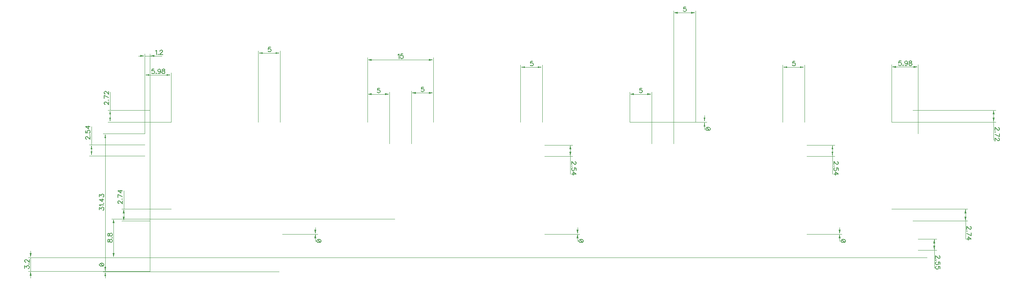
<source format=gbr>
G04 DipTrace 3.1.0.1*
G04 Top-Clock-IN12c.TopDimension.gbr*
%MOIN*%
G04 #@! TF.FileFunction,Drawing,Top*
G04 #@! TF.Part,Single*
%ADD13C,0.001378*%
%ADD63C,0.006176*%
%FSLAX26Y26*%
G04*
G70*
G90*
G75*
G01*
G04 TopDimension*
%LPD*%
X4056220Y1529843D2*
D13*
X4305433D1*
X4056220Y1429843D2*
X4305433D1*
X4285748Y1479843D2*
Y1490472D1*
G36*
Y1529843D2*
X4293622Y1490472D1*
X4277874D1*
X4285748Y1529843D1*
G37*
Y1479843D2*
D13*
Y1469213D1*
G36*
Y1429843D2*
X4277874Y1469213D1*
X4293622D1*
X4285748Y1429843D1*
G37*
Y1267286D2*
D13*
Y1529843D1*
X4056220Y729843D2*
X4370000D1*
X4056220D2*
X4370000D1*
X4350315D2*
D3*
Y788898D2*
Y769213D1*
G36*
Y729843D2*
X4342441Y769213D1*
X4358189D1*
X4350315Y729843D1*
G37*
Y670787D2*
D13*
Y690472D1*
G36*
Y729843D2*
X4358189Y690472D1*
X4342441D1*
X4350315Y729843D1*
G37*
Y663678D2*
D13*
Y729843D1*
X492441Y392441D2*
X98740D1*
X1673543D2*
X98740D1*
X118425D2*
D3*
Y451496D2*
Y431811D1*
G36*
Y392441D2*
X110551Y431811D1*
X126299D1*
X118425Y392441D1*
G37*
Y333386D2*
D13*
Y353071D1*
G36*
Y392441D2*
X126299Y353071D1*
X110551D1*
X118425Y392441D1*
G37*
Y458606D2*
D13*
Y392441D1*
X5013701Y1542047D2*
Y2005827D1*
X4816924Y1735831D2*
Y2005827D1*
X4915312Y1986142D2*
X4974331D1*
G36*
X5013701D2*
X4974331Y1978268D1*
Y1994016D1*
X5013701Y1986142D1*
G37*
X4915312D2*
D13*
X4856294D1*
G36*
X4816924D2*
X4856294Y1994016D1*
Y1978268D1*
X4816924Y1986142D1*
G37*
X3838971Y1735831D2*
D13*
Y2248346D1*
X4035675Y1735831D2*
Y2248346D1*
X3937323Y2228661D2*
X3878341D1*
G36*
X3838971D2*
X3878341Y2236535D1*
Y2220787D1*
X3838971Y2228661D1*
G37*
X3937323D2*
D13*
X3996304D1*
G36*
X4035675D2*
X3996304Y2220787D1*
Y2236535D1*
X4035675Y2228661D1*
G37*
X520000Y394016D2*
D13*
X-570551D1*
X7480630Y520000D2*
X-570551D1*
X-550866D2*
Y394016D1*
Y579055D2*
Y559370D1*
G36*
Y520000D2*
X-558740Y559370D1*
X-542992D1*
X-550866Y520000D1*
G37*
Y334961D2*
D13*
Y354646D1*
G36*
Y394016D2*
X-542992Y354646D1*
X-558740D1*
X-550866Y394016D1*
G37*
X472756Y1431417D2*
D13*
X-24882D1*
X472756Y1531417D2*
X-24882D1*
X-5197Y1481417D2*
Y1470787D1*
G36*
Y1431417D2*
X-13071Y1470787D1*
X2677D1*
X-5197Y1431417D1*
G37*
Y1481417D2*
D13*
Y1492047D1*
G36*
Y1531417D2*
X2677Y1492047D1*
X-13071D1*
X-5197Y1531417D1*
G37*
Y1693974D2*
D13*
Y1531417D1*
X1706614Y729843D2*
X2020394D1*
X1706614D2*
X2020394D1*
X2000709D2*
D3*
Y788898D2*
Y769213D1*
G36*
Y729843D2*
X1992835Y769213D1*
X2008583D1*
X2000709Y729843D1*
G37*
Y670787D2*
D13*
Y690472D1*
G36*
Y729843D2*
X2008583Y690472D1*
X1992835D1*
X2000709Y729843D1*
G37*
Y663678D2*
D13*
Y729843D1*
X1489365Y1735831D2*
Y2374331D1*
X1686068Y1735831D2*
Y2374331D1*
X1587717Y2354646D2*
X1528735D1*
G36*
X1489365D2*
X1528735Y2362520D1*
Y2346772D1*
X1489365Y2354646D1*
G37*
X1587717D2*
D13*
X1646698D1*
G36*
X1686068D2*
X1646698Y2346772D1*
Y2362520D1*
X1686068Y2354646D1*
G37*
X2664094Y1542047D2*
D13*
Y2005827D1*
X2467318Y1735831D2*
Y2005827D1*
X2565706Y1986142D2*
X2624724D1*
G36*
X2664094D2*
X2624724Y1978268D1*
Y1994016D1*
X2664094Y1986142D1*
G37*
X2565706D2*
D13*
X2506688D1*
G36*
X2467318D2*
X2506688Y1994016D1*
Y1978268D1*
X2467318Y1986142D1*
G37*
Y1735831D2*
D13*
Y2314094D1*
X3057722Y1735831D2*
Y2314094D1*
X2762520Y2294409D2*
X2506688D1*
G36*
X2467318D2*
X2506688Y2302283D1*
Y2286535D1*
X2467318Y2294409D1*
G37*
X2762520D2*
D13*
X3018352D1*
G36*
X3057722D2*
X3018352Y2286535D1*
Y2302283D1*
X3057722Y2294409D1*
G37*
X2860945Y1542047D2*
D13*
Y2016457D1*
X3057722Y1735831D2*
Y2016457D1*
X2959333Y1996772D2*
X2900315D1*
G36*
X2860945D2*
X2900315Y2004646D1*
Y1988898D1*
X2860945Y1996772D1*
G37*
X2959333D2*
D13*
X3018352D1*
G36*
X3057722D2*
X3018352Y1988898D1*
Y2004646D1*
X3057722Y1996772D1*
G37*
X6405827Y1529843D2*
D13*
X6655039D1*
X6405827Y1429843D2*
X6655039D1*
X6635354Y1479843D2*
Y1490472D1*
G36*
Y1529843D2*
X6643228Y1490472D1*
X6627480D1*
X6635354Y1529843D1*
G37*
Y1479843D2*
D13*
Y1469213D1*
G36*
Y1429843D2*
X6627480Y1469213D1*
X6643228D1*
X6635354Y1429843D1*
G37*
Y1267286D2*
D13*
Y1529843D1*
X6405827Y729843D2*
X6719606D1*
X6405827D2*
X6719606D1*
X6699921D2*
D3*
Y788898D2*
Y769213D1*
G36*
Y729843D2*
X6692047Y769213D1*
X6707795D1*
X6699921Y729843D1*
G37*
Y670787D2*
D13*
Y690472D1*
G36*
Y729843D2*
X6707795Y690472D1*
X6692047D1*
X6699921Y729843D1*
G37*
Y663678D2*
D13*
Y729843D1*
X520000Y394016D2*
X98740D1*
X472756Y1631417D2*
X98740D1*
X118425Y1012717D2*
Y433386D1*
G36*
Y394016D2*
X110551Y433386D1*
X126299D1*
X118425Y394016D1*
G37*
Y1012717D2*
D13*
Y1592047D1*
G36*
Y1631417D2*
X126299Y1592047D1*
X110551D1*
X118425Y1631417D1*
G37*
X6188577Y1735831D2*
D13*
Y2248346D1*
X6385281Y1735831D2*
Y2248346D1*
X6286929Y2228661D2*
X6227948D1*
G36*
X6188577D2*
X6227948Y2236535D1*
Y2220787D1*
X6188577Y2228661D1*
G37*
X6286929D2*
D13*
X6345911D1*
G36*
X6385281D2*
X6345911Y2220787D1*
Y2236535D1*
X6385281Y2228661D1*
G37*
X5407328Y1735831D2*
D13*
Y2736535D1*
X5210551Y1542047D2*
Y2736535D1*
X5308940Y2716850D2*
X5367958D1*
G36*
X5407328D2*
X5367958Y2708976D1*
Y2724724D1*
X5407328Y2716850D1*
G37*
X5308940D2*
D13*
X5249921D1*
G36*
X5210551D2*
X5249921Y2724724D1*
Y2708976D1*
X5210551Y2716850D1*
G37*
X4816924Y1735831D2*
D13*
X5508189D1*
X5407328D2*
X5508189D1*
X5488504D2*
D3*
Y1794886D2*
Y1775201D1*
G36*
Y1735831D2*
X5480630Y1775201D1*
X5496378D1*
X5488504Y1735831D1*
G37*
Y1676776D2*
D13*
Y1696461D1*
G36*
Y1735831D2*
X5496378Y1696461D1*
X5480630D1*
X5488504Y1735831D1*
G37*
Y1669666D2*
D13*
Y1735831D1*
X7166530D2*
Y2250709D1*
X7401890Y1631417D2*
Y2250709D1*
X7284210Y2231024D2*
X7205900D1*
G36*
X7166530D2*
X7205900Y2238898D1*
Y2223150D1*
X7166530Y2231024D1*
G37*
X7284210D2*
D13*
X7362520D1*
G36*
X7401890D2*
X7362520Y2223150D1*
Y2238898D1*
X7401890Y2231024D1*
G37*
X708115Y1735831D2*
D13*
Y2178268D1*
X472756Y1631417D2*
Y2178268D1*
X590436Y2158583D2*
X668745D1*
G36*
X708115D2*
X668745Y2150709D1*
Y2166457D1*
X708115Y2158583D1*
G37*
X590436D2*
D13*
X512126D1*
G36*
X472756D2*
X512126Y2166457D1*
Y2150709D1*
X472756Y2158583D1*
G37*
Y1631417D2*
D13*
Y2348740D1*
X520000Y394016D2*
Y2348740D1*
X472756Y2329055D2*
X520000D1*
X413701D2*
X433386D1*
G36*
X472756D2*
X433386Y2321181D1*
Y2336929D1*
X472756Y2329055D1*
G37*
X579055D2*
D13*
X559370D1*
G36*
X520000D2*
X559370Y2336929D1*
Y2321181D1*
X520000Y2329055D1*
G37*
X624309D2*
D13*
X520000D1*
X2712520Y866457D2*
X173543D1*
X7480630Y520000D2*
X173543D1*
X193228Y693228D2*
Y827087D1*
G36*
Y866457D2*
X201102Y827087D1*
X185354D1*
X193228Y866457D1*
G37*
Y693228D2*
D13*
Y559370D1*
G36*
Y520000D2*
X185354Y559370D1*
X201102D1*
X193228Y520000D1*
G37*
X520000Y1842835D2*
D13*
X142047D1*
X708115Y1735831D2*
X142047D1*
X161732Y1789333D2*
Y1803465D1*
G36*
Y1842835D2*
X169606Y1803465D1*
X153858D1*
X161732Y1842835D1*
G37*
Y1789333D2*
D13*
Y1775201D1*
G36*
Y1735831D2*
X153858Y1775201D1*
X169606D1*
X161732Y1735831D1*
G37*
Y2003490D2*
D13*
Y1842835D1*
X520000Y846772D2*
X264094D1*
X708115Y954563D2*
X264094D1*
X283780Y900667D2*
Y886142D1*
G36*
Y846772D2*
X275906Y886142D1*
X291654D1*
X283780Y846772D1*
G37*
Y900667D2*
D13*
Y915193D1*
G36*
Y954563D2*
X291654Y915193D1*
X275906D1*
X283780Y954563D1*
G37*
Y1117119D2*
D13*
Y954563D1*
X7166530D2*
X7846772D1*
X7354646Y846772D2*
X7846772D1*
X7827087Y900667D2*
Y915193D1*
G36*
Y954563D2*
X7834961Y915193D1*
X7819213D1*
X7827087Y954563D1*
G37*
Y900667D2*
D13*
Y886142D1*
G36*
Y846772D2*
X7819213Y886142D1*
X7834961D1*
X7827087Y846772D1*
G37*
Y684215D2*
D13*
Y954563D1*
X7354646Y1842835D2*
X8098740D1*
X7166530Y1735831D2*
X8098740D1*
X8079055Y1789333D2*
Y1803465D1*
G36*
Y1842835D2*
X8086929Y1803465D1*
X8071181D1*
X8079055Y1842835D1*
G37*
Y1789333D2*
D13*
Y1775201D1*
G36*
Y1735831D2*
X8071181Y1775201D1*
X8086929D1*
X8079055Y1735831D1*
G37*
Y1575176D2*
D13*
Y1842835D1*
X7401890Y684961D2*
X7567244D1*
X7401890Y584567D2*
X7567244D1*
X7547559Y634764D2*
Y645591D1*
G36*
Y684961D2*
X7555433Y645591D1*
X7539685D1*
X7547559Y684961D1*
G37*
Y634764D2*
D13*
Y623937D1*
G36*
Y584567D2*
X7539685Y623937D1*
X7555433D1*
X7547559Y584567D1*
G37*
Y423912D2*
D13*
Y684961D1*
X4328556Y1379263D2*
D63*
X4330457D1*
X4334304Y1377362D1*
X4336205Y1375461D1*
X4338107Y1371614D1*
Y1363965D1*
X4336205Y1360162D1*
X4334304Y1358261D1*
X4330457Y1356315D1*
X4326655D1*
X4322808Y1358261D1*
X4317104Y1362064D1*
X4297959Y1381209D1*
Y1354414D1*
X4301806Y1340162D2*
X4299860Y1342063D1*
X4297959Y1340162D1*
X4299860Y1338216D1*
X4301806Y1340162D1*
X4338107Y1302917D2*
Y1322018D1*
X4320907Y1323919D1*
X4322808Y1322018D1*
X4324753Y1316270D1*
Y1310566D1*
X4322808Y1304818D1*
X4319005Y1300971D1*
X4313257Y1299070D1*
X4309455D1*
X4303707Y1300971D1*
X4299860Y1304818D1*
X4297959Y1310566D1*
Y1316270D1*
X4299860Y1322018D1*
X4301806Y1323919D1*
X4305608Y1325865D1*
X4297959Y1267573D2*
X4338107D1*
X4311356Y1286719D1*
Y1258023D1*
X4402674Y669713D2*
X4400772Y675461D1*
X4395024Y679308D1*
X4385474Y681209D1*
X4379726D1*
X4370175Y679308D1*
X4364427Y675461D1*
X4362526Y669713D1*
Y665910D1*
X4364427Y660162D1*
X4370175Y656360D1*
X4379726Y654414D1*
X4385474D1*
X4395024Y656360D1*
X4400772Y660162D1*
X4402674Y665910D1*
Y669713D1*
X4395024Y656360D2*
X4370175Y679308D1*
X66067Y452571D2*
X67968Y446823D1*
X73716Y442976D1*
X83267Y441075D1*
X89015D1*
X98565Y442976D1*
X104313Y446823D1*
X106214Y452571D1*
Y456373D1*
X104313Y462121D1*
X98565Y465924D1*
X89015Y467869D1*
X83267D1*
X73716Y465924D1*
X67968Y462121D1*
X66067Y456373D1*
Y452571D1*
X73716Y465924D2*
X98565Y442976D1*
X4927951Y2038500D2*
X4908850D1*
X4906948Y2021300D1*
X4908850Y2023202D1*
X4914598Y2025147D1*
X4920301D1*
X4926049Y2023202D1*
X4929896Y2019399D1*
X4931798Y2013651D1*
Y2009849D1*
X4929896Y2004101D1*
X4926049Y2000254D1*
X4920301Y1998352D1*
X4914598D1*
X4908850Y2000254D1*
X4906948Y2002199D1*
X4905003Y2006002D1*
X3949961Y2281020D2*
X3930860D1*
X3928959Y2263820D1*
X3930860Y2265721D1*
X3936608Y2267667D1*
X3942312D1*
X3948060Y2265721D1*
X3951907Y2261919D1*
X3953808Y2256171D1*
Y2252368D1*
X3951907Y2246620D1*
X3948060Y2242773D1*
X3942312Y2240872D1*
X3936608D1*
X3930860Y2242773D1*
X3928959Y2244719D1*
X3927013Y2248521D1*
X-603225Y422873D2*
Y443875D1*
X-587926Y432424D1*
Y438172D1*
X-586025Y441974D1*
X-584124Y443875D1*
X-578376Y445821D1*
X-574573D1*
X-568825Y443875D1*
X-564978Y440073D1*
X-563077Y434325D1*
Y428577D1*
X-564978Y422873D1*
X-566924Y420972D1*
X-570726Y419026D1*
X-566924Y460074D2*
X-564978Y458172D1*
X-563077Y460074D1*
X-564978Y462019D1*
X-566924Y460074D1*
X-593674Y476316D2*
X-595575D1*
X-599422Y478217D1*
X-601323Y480119D1*
X-603225Y483965D1*
Y491615D1*
X-601323Y495417D1*
X-599422Y497318D1*
X-595575Y499264D1*
X-591773D1*
X-587926Y497318D1*
X-582222Y493516D1*
X-563077Y474371D1*
Y501165D1*
X-48005Y1581996D2*
X-49906D1*
X-53753Y1583898D1*
X-55654Y1585799D1*
X-57555Y1589646D1*
Y1597295D1*
X-55654Y1601098D1*
X-53753Y1602999D1*
X-49906Y1604944D1*
X-46104D1*
X-42257Y1602999D1*
X-36553Y1599196D1*
X-17408Y1580051D1*
Y1606846D1*
X-21254Y1621098D2*
X-19309Y1619197D1*
X-17408Y1621098D1*
X-19309Y1623044D1*
X-21254Y1621098D1*
X-57555Y1658343D2*
Y1639242D1*
X-40356Y1637341D1*
X-42257Y1639242D1*
X-44202Y1644990D1*
Y1650694D1*
X-42257Y1656442D1*
X-38454Y1660289D1*
X-32706Y1662190D1*
X-28904D1*
X-23156Y1660289D1*
X-19309Y1656442D1*
X-17408Y1650694D1*
Y1644990D1*
X-19309Y1639242D1*
X-21254Y1637341D1*
X-25057Y1635395D1*
X-17408Y1693687D2*
X-57555D1*
X-30805Y1674541D1*
Y1703237D1*
X2053067Y669713D2*
X2051166Y675461D1*
X2045418Y679308D1*
X2035867Y681209D1*
X2030119D1*
X2020569Y679308D1*
X2014821Y675461D1*
X2012919Y669713D1*
Y665910D1*
X2014821Y660162D1*
X2020569Y656360D1*
X2030119Y654414D1*
X2035867D1*
X2045418Y656360D1*
X2051166Y660162D1*
X2053067Y665910D1*
Y669713D1*
X2045418Y656360D2*
X2020569Y679308D1*
X1600355Y2407004D2*
X1581254D1*
X1579353Y2389804D1*
X1581254Y2391706D1*
X1587002Y2393651D1*
X1592706D1*
X1598454Y2391706D1*
X1602300Y2387903D1*
X1604202Y2382155D1*
Y2378352D1*
X1602300Y2372604D1*
X1598454Y2368758D1*
X1592706Y2366856D1*
X1587002D1*
X1581254Y2368758D1*
X1579353Y2370703D1*
X1577407Y2374506D1*
X2578344Y2038500D2*
X2559243D1*
X2557342Y2021300D1*
X2559243Y2023202D1*
X2564991Y2025147D1*
X2570695D1*
X2576443Y2023202D1*
X2580290Y2019399D1*
X2582191Y2013651D1*
Y2009849D1*
X2580290Y2004101D1*
X2576443Y2000254D1*
X2570695Y1998352D1*
X2564991D1*
X2559243Y2000254D1*
X2557342Y2002199D1*
X2555397Y2006002D1*
X2741237Y2339119D2*
X2745084Y2341064D1*
X2750832Y2346768D1*
Y2306620D1*
X2786131Y2346768D2*
X2767030D1*
X2765129Y2329568D1*
X2767030Y2331469D1*
X2772778Y2333415D1*
X2778482D1*
X2784230Y2331469D1*
X2788077Y2327667D1*
X2789978Y2321919D1*
Y2318116D1*
X2788077Y2312368D1*
X2784230Y2308521D1*
X2778482Y2306620D1*
X2772778D1*
X2767030Y2308521D1*
X2765129Y2310467D1*
X2763183Y2314270D1*
X2971972Y2049130D2*
X2952871D1*
X2950969Y2031930D1*
X2952871Y2033832D1*
X2958619Y2035777D1*
X2964322D1*
X2970070Y2033832D1*
X2973917Y2030029D1*
X2975819Y2024281D1*
Y2020478D1*
X2973917Y2014730D1*
X2970070Y2010884D1*
X2964322Y2008982D1*
X2958619D1*
X2952871Y2010884D1*
X2950969Y2012829D1*
X2949024Y2016632D1*
X6678162Y1379263D2*
X6680064D1*
X6683910Y1377362D1*
X6685812Y1375461D1*
X6687713Y1371614D1*
Y1363965D1*
X6685812Y1360162D1*
X6683910Y1358261D1*
X6680064Y1356315D1*
X6676261D1*
X6672414Y1358261D1*
X6666710Y1362064D1*
X6647565Y1381209D1*
Y1354414D1*
X6651412Y1340162D2*
X6649466Y1342063D1*
X6647565Y1340162D1*
X6649466Y1338216D1*
X6651412Y1340162D1*
X6687713Y1302917D2*
Y1322018D1*
X6670513Y1323919D1*
X6672414Y1322018D1*
X6674360Y1316270D1*
Y1310566D1*
X6672414Y1304818D1*
X6668612Y1300971D1*
X6662864Y1299070D1*
X6659061D1*
X6653313Y1300971D1*
X6649466Y1304818D1*
X6647565Y1310566D1*
Y1316270D1*
X6649466Y1322018D1*
X6651412Y1323919D1*
X6655214Y1325865D1*
X6647565Y1267573D2*
X6687713D1*
X6660962Y1286719D1*
Y1258023D1*
X6752280Y669713D2*
X6750379Y675461D1*
X6744631Y679308D1*
X6735080Y681209D1*
X6729332D1*
X6719781Y679308D1*
X6714033Y675461D1*
X6712132Y669713D1*
Y665910D1*
X6714033Y660162D1*
X6719781Y656360D1*
X6729332Y654414D1*
X6735080D1*
X6744631Y656360D1*
X6750379Y660162D1*
X6752280Y665910D1*
Y669713D1*
X6744631Y656360D2*
X6719781Y679308D1*
X66067Y947085D2*
Y968087D1*
X81365Y956636D1*
Y962384D1*
X83267Y966186D1*
X85168Y968087D1*
X90916Y970033D1*
X94718D1*
X100466Y968087D1*
X104313Y964285D1*
X106214Y958537D1*
Y952789D1*
X104313Y947085D1*
X102368Y945184D1*
X98565Y943238D1*
X73716Y982384D2*
X71770Y986231D1*
X66067Y991979D1*
X106214D1*
X102368Y1006232D2*
X104313Y1004330D1*
X106214Y1006232D1*
X104313Y1008177D1*
X102368Y1006232D1*
X106214Y1039674D2*
X66067D1*
X92817Y1020529D1*
Y1049225D1*
X66067Y1065423D2*
Y1086425D1*
X81365Y1074973D1*
Y1080721D1*
X83267Y1084524D1*
X85168Y1086425D1*
X90916Y1088371D1*
X94718D1*
X100466Y1086425D1*
X104313Y1082623D1*
X106214Y1076875D1*
Y1071127D1*
X104313Y1065423D1*
X102368Y1063521D1*
X98565Y1061576D1*
X6299568Y2281020D2*
X6280466D1*
X6278565Y2263820D1*
X6280466Y2265721D1*
X6286214Y2267667D1*
X6291918D1*
X6297666Y2265721D1*
X6301513Y2261919D1*
X6303414Y2256171D1*
Y2252368D1*
X6301513Y2246620D1*
X6297666Y2242773D1*
X6291918Y2240872D1*
X6286214D1*
X6280466Y2242773D1*
X6278565Y2244719D1*
X6276620Y2248521D1*
X5321578Y2769209D2*
X5302477D1*
X5300576Y2752009D1*
X5302477Y2753910D1*
X5308225Y2755856D1*
X5313929D1*
X5319677Y2753910D1*
X5323524Y2750108D1*
X5325425Y2744360D1*
Y2740557D1*
X5323524Y2734809D1*
X5319677Y2730962D1*
X5313929Y2729061D1*
X5308225D1*
X5302477Y2730962D1*
X5300576Y2732908D1*
X5298630Y2736710D1*
X5540862Y1675701D2*
X5538961Y1681449D1*
X5533213Y1685296D1*
X5523663Y1687197D1*
X5517915D1*
X5508364Y1685296D1*
X5502616Y1681449D1*
X5500715Y1675701D1*
Y1671898D1*
X5502616Y1666150D1*
X5508364Y1662348D1*
X5517915Y1660402D1*
X5523663D1*
X5533213Y1662348D1*
X5538961Y1666150D1*
X5540862Y1671898D1*
Y1675701D1*
X5533213Y1662348D2*
X5508364Y1685296D1*
X7250576Y2283382D2*
X7231475D1*
X7229574Y2266182D1*
X7231475Y2268084D1*
X7237223Y2270029D1*
X7242927D1*
X7248675Y2268084D1*
X7252521Y2264281D1*
X7254423Y2258533D1*
Y2254730D1*
X7252521Y2248982D1*
X7248675Y2245136D1*
X7242927Y2243234D1*
X7237223D1*
X7231475Y2245136D1*
X7229574Y2247081D1*
X7227628Y2250884D1*
X7268675Y2247081D2*
X7266774Y2245136D1*
X7268675Y2243234D1*
X7270621Y2245136D1*
X7268675Y2247081D1*
X7307866Y2270029D2*
X7305920Y2264281D1*
X7302118Y2260434D1*
X7296370Y2258533D1*
X7294468D1*
X7288720Y2260434D1*
X7284918Y2264281D1*
X7282972Y2270029D1*
Y2271930D1*
X7284918Y2277678D1*
X7288720Y2281481D1*
X7294468Y2283382D1*
X7296370D1*
X7302118Y2281481D1*
X7305920Y2277678D1*
X7307866Y2270029D1*
Y2260434D1*
X7305920Y2250884D1*
X7302118Y2245136D1*
X7296370Y2243234D1*
X7292567D1*
X7286819Y2245136D1*
X7284918Y2248982D1*
X7329768Y2283382D2*
X7324064Y2281481D1*
X7322118Y2277678D1*
Y2273832D1*
X7324064Y2270029D1*
X7327866Y2268084D1*
X7335516Y2266182D1*
X7341264Y2264281D1*
X7345066Y2260434D1*
X7346968Y2256632D1*
Y2250884D1*
X7345066Y2247081D1*
X7343165Y2245136D1*
X7337417Y2243234D1*
X7329768D1*
X7324064Y2245136D1*
X7322118Y2247081D1*
X7320217Y2250884D1*
Y2256632D1*
X7322118Y2260434D1*
X7325965Y2264281D1*
X7331669Y2266182D1*
X7339318Y2268084D1*
X7343165Y2270029D1*
X7345066Y2273832D1*
Y2277678D1*
X7343165Y2281481D1*
X7337417Y2283382D1*
X7329768D1*
X556802Y2210941D2*
X537701D1*
X535799Y2193741D1*
X537701Y2195643D1*
X543449Y2197588D1*
X549152D1*
X554900Y2195643D1*
X558747Y2191840D1*
X560648Y2186092D1*
Y2182289D1*
X558747Y2176541D1*
X554900Y2172695D1*
X549152Y2170793D1*
X543449D1*
X537701Y2172695D1*
X535799Y2174640D1*
X533854Y2178443D1*
X574901Y2174640D2*
X573000Y2172695D1*
X574901Y2170793D1*
X576847Y2172695D1*
X574901Y2174640D1*
X614091Y2197588D2*
X612146Y2191840D1*
X608343Y2187993D1*
X602595Y2186092D1*
X600694D1*
X594946Y2187993D1*
X591144Y2191840D1*
X589198Y2197588D1*
Y2199489D1*
X591144Y2205237D1*
X594946Y2209040D1*
X600694Y2210941D1*
X602595D1*
X608343Y2209040D1*
X612146Y2205237D1*
X614091Y2197588D1*
Y2187993D1*
X612146Y2178443D1*
X608343Y2172695D1*
X602595Y2170793D1*
X598793D1*
X593045Y2172695D1*
X591144Y2176541D1*
X635993Y2210941D2*
X630290Y2209040D1*
X628344Y2205237D1*
Y2201391D1*
X630290Y2197588D1*
X634092Y2195643D1*
X641741Y2193741D1*
X647489Y2191840D1*
X651292Y2187993D1*
X653193Y2184191D1*
Y2178443D1*
X651292Y2174640D1*
X649391Y2172695D1*
X643643Y2170793D1*
X635993D1*
X630290Y2172695D1*
X628344Y2174640D1*
X626443Y2178443D1*
Y2184191D1*
X628344Y2187993D1*
X632191Y2191840D1*
X637895Y2193741D1*
X645544Y2195643D1*
X649391Y2197588D1*
X651292Y2201391D1*
Y2205237D1*
X649391Y2209040D1*
X643643Y2210941D1*
X635993D1*
X568634Y2373764D2*
X572480Y2375710D1*
X578228Y2381414D1*
Y2341266D1*
X592481Y2345113D2*
X590580Y2343167D1*
X592481Y2341266D1*
X594427Y2343167D1*
X592481Y2345113D1*
X608723Y2371863D2*
Y2373764D1*
X610625Y2377611D1*
X612526Y2379512D1*
X616373Y2381414D1*
X624022D1*
X627825Y2379512D1*
X629726Y2377611D1*
X631671Y2373764D1*
Y2369962D1*
X629726Y2366115D1*
X625923Y2360411D1*
X606778Y2341266D1*
X633573D1*
X140870Y664842D2*
X142771Y659138D1*
X146574Y657192D1*
X150420D1*
X154223Y659138D1*
X156168Y662940D1*
X158070Y670590D1*
X159971Y676338D1*
X163818Y680140D1*
X167620Y682041D1*
X173368D1*
X177171Y680140D1*
X179116Y678239D1*
X181018Y672491D1*
Y664842D1*
X179116Y659138D1*
X177171Y657192D1*
X173368Y655291D1*
X167620D1*
X163818Y657192D1*
X159971Y661039D1*
X158070Y666743D1*
X156168Y674392D1*
X154223Y678239D1*
X150420Y680140D1*
X146574D1*
X142771Y678239D1*
X140870Y672491D1*
Y664842D1*
X177171Y696294D2*
X179116Y694393D1*
X181018Y696294D1*
X179116Y698240D1*
X177171Y696294D1*
X140870Y720142D2*
X142771Y714438D1*
X146574Y712492D1*
X150420D1*
X154223Y714438D1*
X156168Y718240D1*
X158070Y725890D1*
X159971Y731638D1*
X163818Y735440D1*
X167620Y737341D1*
X173368D1*
X177171Y735440D1*
X179116Y733539D1*
X181018Y727791D1*
Y720142D1*
X179116Y714438D1*
X177171Y712492D1*
X173368Y710591D1*
X167620D1*
X163818Y712492D1*
X159971Y716339D1*
X158070Y722043D1*
X156168Y729692D1*
X154223Y733539D1*
X150420Y735440D1*
X146574D1*
X142771Y733539D1*
X140870Y727791D1*
Y720142D1*
X118924Y1893414D2*
X117023D1*
X113176Y1895315D1*
X111275Y1897216D1*
X109374Y1901063D1*
Y1908712D1*
X111275Y1912515D1*
X113176Y1914416D1*
X117023Y1916362D1*
X120826D1*
X124672Y1914416D1*
X130376Y1910614D1*
X149522Y1891468D1*
Y1918263D1*
X145675Y1932516D2*
X147620Y1930614D1*
X149522Y1932516D1*
X147620Y1934461D1*
X145675Y1932516D1*
X149522Y1954462D2*
X109374Y1973607D1*
Y1946812D1*
X118924Y1987904D2*
X117023D1*
X113176Y1989805D1*
X111275Y1991707D1*
X109374Y1995553D1*
Y2003203D1*
X111275Y2007005D1*
X113176Y2008906D1*
X117023Y2010852D1*
X120826D1*
X124672Y2008906D1*
X130376Y2005104D1*
X149522Y1985959D1*
Y2012753D1*
X240972Y1005142D2*
X239070D1*
X235224Y1007043D1*
X233322Y1008945D1*
X231421Y1012791D1*
Y1020441D1*
X233322Y1024243D1*
X235224Y1026145D1*
X239070Y1028090D1*
X242873D1*
X246720Y1026145D1*
X252423Y1022342D1*
X271569Y1003197D1*
Y1029991D1*
X267722Y1044244D2*
X269667Y1042343D1*
X271569Y1044244D1*
X269667Y1046189D1*
X267722Y1044244D1*
X271569Y1066190D2*
X231421Y1085336D1*
Y1058541D1*
X271569Y1116832D2*
X231421D1*
X258171Y1097687D1*
Y1126383D1*
X7869895Y796193D2*
X7871796D1*
X7875643Y794291D1*
X7877544Y792390D1*
X7879445Y788543D1*
Y780894D1*
X7877544Y777091D1*
X7875643Y775190D1*
X7871796Y773245D1*
X7867993D1*
X7864147Y775190D1*
X7858443Y778993D1*
X7839297Y798138D1*
Y771343D1*
X7843144Y757091D2*
X7841199Y758992D1*
X7839297Y757091D1*
X7841199Y755145D1*
X7843144Y757091D1*
X7839297Y735144D2*
X7879445Y715999D1*
Y742794D1*
X7839297Y684502D2*
X7879445D1*
X7852695Y703648D1*
Y674952D1*
X8121863Y1685252D2*
X8123764D1*
X8127611Y1683350D1*
X8129512Y1681449D1*
X8131414Y1677602D1*
Y1669953D1*
X8129512Y1666150D1*
X8127611Y1664249D1*
X8123764Y1662304D1*
X8119962D1*
X8116115Y1664249D1*
X8110411Y1668052D1*
X8091266Y1687197D1*
Y1660402D1*
X8095113Y1646150D2*
X8093167Y1648051D1*
X8091266Y1646150D1*
X8093167Y1644204D1*
X8095113Y1646150D1*
X8091266Y1624204D2*
X8131414Y1605058D1*
Y1631853D1*
X8121863Y1590761D2*
X8123764D1*
X8127611Y1588860D1*
X8129512Y1586959D1*
X8131414Y1583112D1*
Y1575463D1*
X8129512Y1571660D1*
X8127611Y1569759D1*
X8123764Y1567813D1*
X8119962D1*
X8116115Y1569759D1*
X8110411Y1573561D1*
X8091266Y1592707D1*
Y1565912D1*
X7590367Y533988D2*
X7592268D1*
X7596115Y532087D1*
X7598016Y530185D1*
X7599918Y526339D1*
Y518689D1*
X7598016Y514887D1*
X7596115Y512985D1*
X7592268Y511040D1*
X7588466D1*
X7584619Y512985D1*
X7578915Y516788D1*
X7559770Y535933D1*
Y509139D1*
X7563617Y494886D2*
X7561671Y496787D1*
X7559770Y494886D1*
X7561671Y492940D1*
X7563617Y494886D1*
X7599918Y457641D2*
Y476742D1*
X7582718Y478644D1*
X7584619Y476742D1*
X7586564Y470994D1*
Y465290D1*
X7584619Y459542D1*
X7580816Y455696D1*
X7575068Y453794D1*
X7571266D1*
X7565518Y455696D1*
X7561671Y459542D1*
X7559770Y465290D1*
Y470994D1*
X7561671Y476742D1*
X7563617Y478644D1*
X7567419Y480589D1*
X7599918Y418495D2*
Y437596D1*
X7582718Y439498D1*
X7584619Y437596D1*
X7586564Y431848D1*
Y426144D1*
X7584619Y420396D1*
X7580816Y416550D1*
X7575068Y414648D1*
X7571266D1*
X7565518Y416550D1*
X7561671Y420396D1*
X7559770Y426144D1*
Y431848D1*
X7561671Y437596D1*
X7563617Y439498D1*
X7567419Y441443D1*
M02*

</source>
